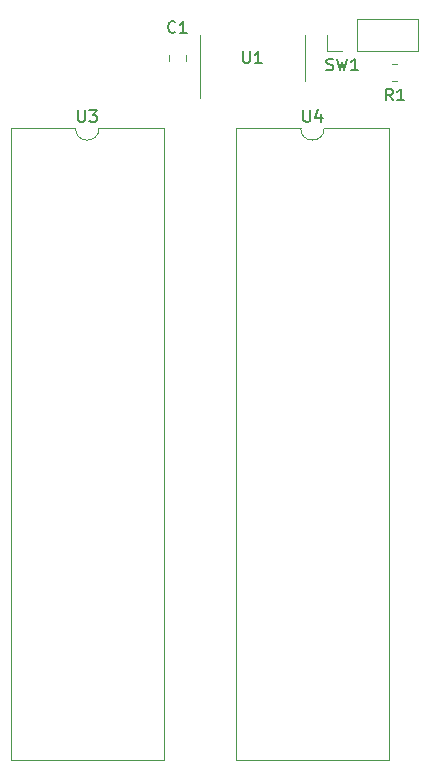
<source format=gbr>
%TF.GenerationSoftware,KiCad,Pcbnew,(5.1.10)-1*%
%TF.CreationDate,2022-03-17T12:17:49-05:00*%
%TF.ProjectId,gummyswitch,67756d6d-7973-4776-9974-63682e6b6963,rev?*%
%TF.SameCoordinates,Original*%
%TF.FileFunction,Legend,Top*%
%TF.FilePolarity,Positive*%
%FSLAX46Y46*%
G04 Gerber Fmt 4.6, Leading zero omitted, Abs format (unit mm)*
G04 Created by KiCad (PCBNEW (5.1.10)-1) date 2022-03-17 12:17:49*
%MOMM*%
%LPD*%
G01*
G04 APERTURE LIST*
%ADD10C,0.120000*%
%ADD11C,0.150000*%
G04 APERTURE END LIST*
D10*
%TO.C,C1*%
X114200000Y-33393748D02*
X114200000Y-33916252D01*
X115670000Y-33393748D02*
X115670000Y-33916252D01*
%TO.C,R1*%
X133122936Y-34190000D02*
X133577064Y-34190000D01*
X133122936Y-35660000D02*
X133577064Y-35660000D01*
%TO.C,SW1*%
X135315000Y-33080000D02*
X135315000Y-30420000D01*
X130175000Y-33080000D02*
X135315000Y-33080000D01*
X130175000Y-30420000D02*
X135315000Y-30420000D01*
X130175000Y-33080000D02*
X130175000Y-30420000D01*
X128905000Y-33080000D02*
X127575000Y-33080000D01*
X127575000Y-33080000D02*
X127575000Y-31750000D01*
%TO.C,U1*%
X125720000Y-33655000D02*
X125720000Y-31705000D01*
X125720000Y-33655000D02*
X125720000Y-35605000D01*
X116850000Y-33655000D02*
X116850000Y-31705000D01*
X116850000Y-33655000D02*
X116850000Y-37105000D01*
%TO.C,U4*%
X132840000Y-39640000D02*
X127380000Y-39640000D01*
X132840000Y-93100000D02*
X132840000Y-39640000D01*
X119920000Y-93100000D02*
X132840000Y-93100000D01*
X119920000Y-39640000D02*
X119920000Y-93100000D01*
X125380000Y-39640000D02*
X119920000Y-39640000D01*
X127380000Y-39640000D02*
G75*
G02*
X125380000Y-39640000I-1000000J0D01*
G01*
%TO.C,U3*%
X113775000Y-39640000D02*
X108315000Y-39640000D01*
X113775000Y-93100000D02*
X113775000Y-39640000D01*
X100855000Y-93100000D02*
X113775000Y-93100000D01*
X100855000Y-39640000D02*
X100855000Y-93100000D01*
X106315000Y-39640000D02*
X100855000Y-39640000D01*
X108315000Y-39640000D02*
G75*
G02*
X106315000Y-39640000I-1000000J0D01*
G01*
%TO.C,C1*%
D11*
X114768333Y-31472142D02*
X114720714Y-31519761D01*
X114577857Y-31567380D01*
X114482619Y-31567380D01*
X114339761Y-31519761D01*
X114244523Y-31424523D01*
X114196904Y-31329285D01*
X114149285Y-31138809D01*
X114149285Y-30995952D01*
X114196904Y-30805476D01*
X114244523Y-30710238D01*
X114339761Y-30615000D01*
X114482619Y-30567380D01*
X114577857Y-30567380D01*
X114720714Y-30615000D01*
X114768333Y-30662619D01*
X115720714Y-31567380D02*
X115149285Y-31567380D01*
X115435000Y-31567380D02*
X115435000Y-30567380D01*
X115339761Y-30710238D01*
X115244523Y-30805476D01*
X115149285Y-30853095D01*
%TO.C,R1*%
X133183333Y-37282380D02*
X132850000Y-36806190D01*
X132611904Y-37282380D02*
X132611904Y-36282380D01*
X132992857Y-36282380D01*
X133088095Y-36330000D01*
X133135714Y-36377619D01*
X133183333Y-36472857D01*
X133183333Y-36615714D01*
X133135714Y-36710952D01*
X133088095Y-36758571D01*
X132992857Y-36806190D01*
X132611904Y-36806190D01*
X134135714Y-37282380D02*
X133564285Y-37282380D01*
X133850000Y-37282380D02*
X133850000Y-36282380D01*
X133754761Y-36425238D01*
X133659523Y-36520476D01*
X133564285Y-36568095D01*
%TO.C,SW1*%
X127571666Y-34694761D02*
X127714523Y-34742380D01*
X127952619Y-34742380D01*
X128047857Y-34694761D01*
X128095476Y-34647142D01*
X128143095Y-34551904D01*
X128143095Y-34456666D01*
X128095476Y-34361428D01*
X128047857Y-34313809D01*
X127952619Y-34266190D01*
X127762142Y-34218571D01*
X127666904Y-34170952D01*
X127619285Y-34123333D01*
X127571666Y-34028095D01*
X127571666Y-33932857D01*
X127619285Y-33837619D01*
X127666904Y-33790000D01*
X127762142Y-33742380D01*
X128000238Y-33742380D01*
X128143095Y-33790000D01*
X128476428Y-33742380D02*
X128714523Y-34742380D01*
X128905000Y-34028095D01*
X129095476Y-34742380D01*
X129333571Y-33742380D01*
X130238333Y-34742380D02*
X129666904Y-34742380D01*
X129952619Y-34742380D02*
X129952619Y-33742380D01*
X129857380Y-33885238D01*
X129762142Y-33980476D01*
X129666904Y-34028095D01*
%TO.C,U1*%
X120523095Y-33107380D02*
X120523095Y-33916904D01*
X120570714Y-34012142D01*
X120618333Y-34059761D01*
X120713571Y-34107380D01*
X120904047Y-34107380D01*
X120999285Y-34059761D01*
X121046904Y-34012142D01*
X121094523Y-33916904D01*
X121094523Y-33107380D01*
X122094523Y-34107380D02*
X121523095Y-34107380D01*
X121808809Y-34107380D02*
X121808809Y-33107380D01*
X121713571Y-33250238D01*
X121618333Y-33345476D01*
X121523095Y-33393095D01*
%TO.C,U4*%
X125618095Y-38092380D02*
X125618095Y-38901904D01*
X125665714Y-38997142D01*
X125713333Y-39044761D01*
X125808571Y-39092380D01*
X125999047Y-39092380D01*
X126094285Y-39044761D01*
X126141904Y-38997142D01*
X126189523Y-38901904D01*
X126189523Y-38092380D01*
X127094285Y-38425714D02*
X127094285Y-39092380D01*
X126856190Y-38044761D02*
X126618095Y-38759047D01*
X127237142Y-38759047D01*
%TO.C,U3*%
X106553095Y-38092380D02*
X106553095Y-38901904D01*
X106600714Y-38997142D01*
X106648333Y-39044761D01*
X106743571Y-39092380D01*
X106934047Y-39092380D01*
X107029285Y-39044761D01*
X107076904Y-38997142D01*
X107124523Y-38901904D01*
X107124523Y-38092380D01*
X107505476Y-38092380D02*
X108124523Y-38092380D01*
X107791190Y-38473333D01*
X107934047Y-38473333D01*
X108029285Y-38520952D01*
X108076904Y-38568571D01*
X108124523Y-38663809D01*
X108124523Y-38901904D01*
X108076904Y-38997142D01*
X108029285Y-39044761D01*
X107934047Y-39092380D01*
X107648333Y-39092380D01*
X107553095Y-39044761D01*
X107505476Y-38997142D01*
%TD*%
M02*

</source>
